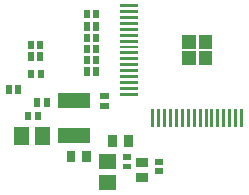
<source format=gbr>
G04 This is an RS-274x file exported by *
G04 gerbv version 2.6.0 *
G04 More information is available about gerbv at *
G04 http://gerbv.gpleda.org/ *
G04 --End of header info--*
%MOIN*%
%FSLAX34Y34*%
%IPPOS*%
G04 --Define apertures--*
%ADD10R,0.0280X0.0280*%
%ADD11R,0.0591X0.0591*%
%ADD12R,0.0197X0.0197*%
%ADD13R,0.0295X0.0295*%
%ADD14R,0.0512X0.0512*%
%ADD15R,0.0965X0.0965*%
%ADD16R,0.0098X0.0098*%
%ADD17C,0.0001*%
%ADD18R,0.0118X0.0118*%
%ADD19R,0.0160X0.0160*%
%ADD20R,0.0300X0.0300*%
%ADD21R,0.0370X0.0370*%
G04 --Start main section--*
G54D13*
G01X0020144Y0004949D02*
G01X0020144Y0004851D01*
G01X0020656Y0004949D02*
G01X0020656Y0004851D01*
G54D14*
G01X0018496Y0005619D02*
G01X0018496Y0005541D01*
G01X0019204Y0005619D02*
G01X0019204Y0005541D01*
G54D12*
G01X0018387Y0007169D02*
G01X0018387Y0007091D01*
G01X0018073Y0007169D02*
G01X0018073Y0007091D01*
G01X0019023Y0006739D02*
G01X0019023Y0006661D01*
G01X0019337Y0006739D02*
G01X0019337Y0006661D01*
G01X0018723Y0006299D02*
G01X0018723Y0006221D01*
G01X0019037Y0006299D02*
G01X0019037Y0006221D01*
G54D14*
G01X0019975Y0006771D02*
G01X0020526Y0006771D01*
G01X0019975Y0005589D02*
G01X0020526Y0005589D01*
G54D12*
G01X0021221Y0006590D02*
G01X0021299Y0006590D01*
G01X0021221Y0006905D02*
G01X0021299Y0006905D01*
G54D16*
G01X0021840Y0009927D02*
G01X0022332Y0009927D01*
G01X0021840Y0009730D02*
G01X0022332Y0009730D01*
G01X0021840Y0009533D02*
G01X0022332Y0009533D01*
G01X0021840Y0009336D02*
G01X0022332Y0009336D01*
G01X0021840Y0009139D02*
G01X0022332Y0009139D01*
G01X0021840Y0008942D02*
G01X0022332Y0008942D01*
G01X0021840Y0008745D02*
G01X0022332Y0008745D01*
G01X0021840Y0008548D02*
G01X0022332Y0008548D01*
G01X0021840Y0008352D02*
G01X0022332Y0008352D01*
G01X0021840Y0008155D02*
G01X0022332Y0008155D01*
G01X0021840Y0007958D02*
G01X0022332Y0007958D01*
G01X0021840Y0007761D02*
G01X0022332Y0007761D01*
G01X0021840Y0007564D02*
G01X0022332Y0007564D01*
G01X0021840Y0007367D02*
G01X0022332Y0007367D01*
G01X0021840Y0007170D02*
G01X0022332Y0007170D01*
G01X0021840Y0006973D02*
G01X0022332Y0006973D01*
G01X0022873Y0006432D02*
G01X0022873Y0005940D01*
G01X0023070Y0006432D02*
G01X0023070Y0005940D01*
G01X0023267Y0006432D02*
G01X0023267Y0005940D01*
G01X0023464Y0006432D02*
G01X0023464Y0005940D01*
G01X0023661Y0006432D02*
G01X0023661Y0005940D01*
G01X0023858Y0006432D02*
G01X0023858Y0005940D01*
G01X0024055Y0006432D02*
G01X0024055Y0005940D01*
G01X0024252Y0006432D02*
G01X0024252Y0005940D01*
G01X0024449Y0006432D02*
G01X0024449Y0005940D01*
G01X0024645Y0006432D02*
G01X0024645Y0005940D01*
G01X0024842Y0006432D02*
G01X0024842Y0005940D01*
G01X0025039Y0006432D02*
G01X0025039Y0005940D01*
G01X0025236Y0006432D02*
G01X0025236Y0005940D01*
G01X0025433Y0006432D02*
G01X0025433Y0005940D01*
G01X0025630Y0006432D02*
G01X0025630Y0005940D01*
G01X0025827Y0006432D02*
G01X0025827Y0005940D01*
G54D17*
G36*
G01X0023855Y0008945D02*
G01X0023855Y0008495D01*
G01X0024305Y0008495D01*
G01X0024305Y0008945D01*
G01X0023855Y0008945D01*
G37*
G36*
G01X0023855Y0008405D02*
G01X0023855Y0007955D01*
G01X0024305Y0007955D01*
G01X0024305Y0008405D01*
G01X0023855Y0008405D01*
G37*
G36*
G01X0024395Y0008945D02*
G01X0024395Y0008495D01*
G01X0024845Y0008495D01*
G01X0024845Y0008945D01*
G01X0024395Y0008945D01*
G37*
G36*
G01X0024395Y0008405D02*
G01X0024395Y0007955D01*
G01X0024845Y0007955D01*
G01X0024845Y0008405D01*
G01X0024395Y0008405D01*
G37*
G54D12*
G01X0020663Y0009679D02*
G01X0020663Y0009601D01*
G01X0020977Y0009679D02*
G01X0020977Y0009601D01*
G01X0020977Y0009269D02*
G01X0020977Y0009191D01*
G01X0020663Y0009269D02*
G01X0020663Y0009191D01*
G01X0020663Y0008889D02*
G01X0020663Y0008811D01*
G01X0020977Y0008889D02*
G01X0020977Y0008811D01*
G01X0020983Y0008509D02*
G01X0020983Y0008431D01*
G01X0020668Y0008509D02*
G01X0020668Y0008431D01*
G01X0020673Y0008149D02*
G01X0020673Y0008071D01*
G01X0020987Y0008149D02*
G01X0020987Y0008071D01*
G01X0020987Y0007769D02*
G01X0020987Y0007691D01*
G01X0020673Y0007769D02*
G01X0020673Y0007691D01*
G01X0019125Y0008649D02*
G01X0019125Y0008571D01*
G01X0018810Y0008649D02*
G01X0018810Y0008571D01*
G01X0019125Y0008269D02*
G01X0019125Y0008191D01*
G01X0018810Y0008269D02*
G01X0018810Y0008191D01*
G01X0019135Y0007699D02*
G01X0019135Y0007621D01*
G01X0018820Y0007699D02*
G01X0018820Y0007621D01*
G54D13*
G01X0022471Y0004189D02*
G01X0022569Y0004189D01*
G01X0022471Y0004701D02*
G01X0022569Y0004701D01*
G54D12*
G01X0023031Y0004400D02*
G01X0023109Y0004400D01*
G01X0023031Y0004715D02*
G01X0023109Y0004715D01*
G54D13*
G01X0021538Y0005459D02*
G01X0021538Y0005361D01*
G01X0022050Y0005459D02*
G01X0022050Y0005361D01*
G54D14*
G01X0021321Y0004026D02*
G01X0021399Y0004026D01*
G01X0021321Y0004734D02*
G01X0021399Y0004734D01*
G54D12*
G01X0021971Y0004565D02*
G01X0022049Y0004565D01*
G01X0021971Y0004880D02*
G01X0022049Y0004880D01*
M02*

</source>
